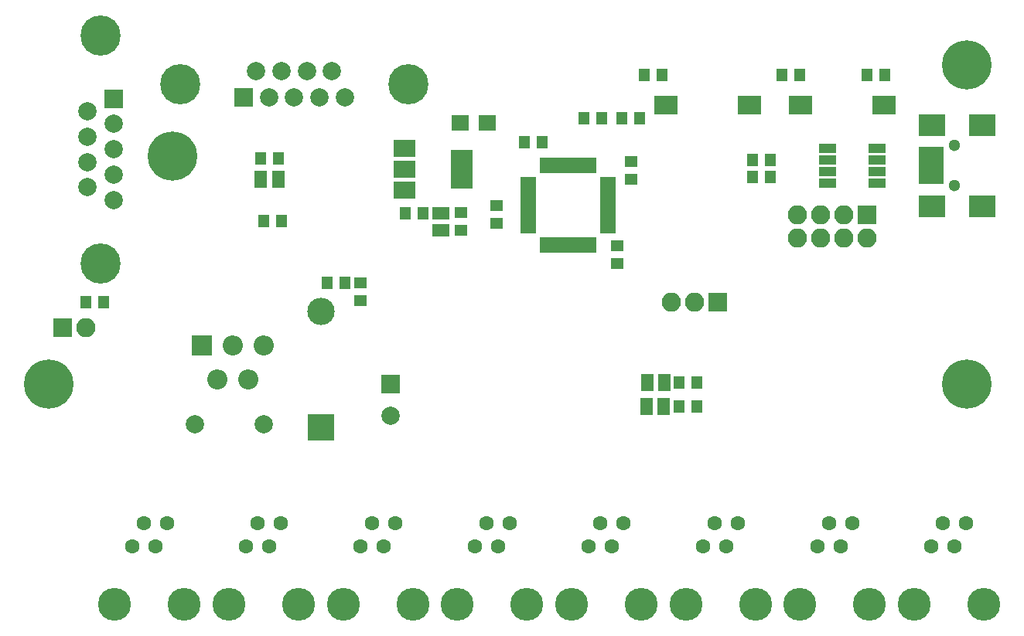
<source format=gbr>
G04 #@! TF.GenerationSoftware,KiCad,Pcbnew,(6.0.0-rc1-dev-1613-ga55d9819b)*
G04 #@! TF.CreationDate,2019-06-13T11:48:21+03:00
G04 #@! TF.ProjectId,stm32,73746d33-322e-46b6-9963-61645f706362,rev?*
G04 #@! TF.SameCoordinates,Original*
G04 #@! TF.FileFunction,Soldermask,Top*
G04 #@! TF.FilePolarity,Negative*
%FSLAX46Y46*%
G04 Gerber Fmt 4.6, Leading zero omitted, Abs format (unit mm)*
G04 Created by KiCad (PCBNEW (6.0.0-rc1-dev-1613-ga55d9819b)) date Чт 13 июн 2019 11:48:21*
%MOMM*%
%LPD*%
G04 APERTURE LIST*
%ADD10R,2.000000X2.000000*%
%ADD11C,2.000000*%
%ADD12R,1.245000X1.400000*%
%ADD13C,5.400000*%
%ADD14C,1.600000*%
%ADD15C,3.600000*%
%ADD16R,1.935000X1.800000*%
%ADD17R,1.400000X1.245000*%
%ADD18R,3.000000X3.000000*%
%ADD19O,3.000000X3.000000*%
%ADD20R,1.370000X1.900000*%
%ADD21R,1.900000X1.370000*%
%ADD22R,2.100000X2.100000*%
%ADD23O,2.100000X2.100000*%
%ADD24R,2.700000X0.900000*%
%ADD25R,2.900000X2.400000*%
%ADD26C,1.300000*%
%ADD27R,2.400000X4.200000*%
%ADD28R,2.400000X1.900000*%
%ADD29R,1.700000X0.650000*%
%ADD30R,0.650000X1.700000*%
%ADD31R,2.200000X2.200000*%
%ADD32O,2.200000X2.200000*%
%ADD33R,2.580000X2.000000*%
%ADD34R,1.950000X1.000000*%
%ADD35C,4.400000*%
G04 APERTURE END LIST*
D10*
X65849500Y-108013500D03*
D11*
X65849500Y-111513500D03*
D12*
X97475000Y-110500000D03*
X99400000Y-110500000D03*
D13*
X42000000Y-83000000D03*
D14*
X87595000Y-125800000D03*
X88865000Y-123260000D03*
X90135000Y-125800000D03*
X91405000Y-123260000D03*
D15*
X85690000Y-132150000D03*
X93310000Y-132150000D03*
D14*
X75095000Y-125800000D03*
X76365000Y-123260000D03*
X77635000Y-125800000D03*
X78905000Y-123260000D03*
D15*
X73190000Y-132150000D03*
X80810000Y-132150000D03*
D14*
X37595000Y-125800000D03*
X38865000Y-123260000D03*
X40135000Y-125800000D03*
X41405000Y-123260000D03*
D15*
X35690000Y-132150000D03*
X43310000Y-132150000D03*
D14*
X50095000Y-125800000D03*
X51365000Y-123260000D03*
X52635000Y-125800000D03*
X53905000Y-123260000D03*
D15*
X48190000Y-132150000D03*
X55810000Y-132150000D03*
D14*
X62595000Y-125800000D03*
X63865000Y-123260000D03*
X65135000Y-125800000D03*
X66405000Y-123260000D03*
D15*
X60690000Y-132150000D03*
X68310000Y-132150000D03*
D14*
X100095000Y-125800000D03*
X101365000Y-123260000D03*
X102635000Y-125800000D03*
X103905000Y-123260000D03*
D15*
X98190000Y-132150000D03*
X105810000Y-132150000D03*
D14*
X112595000Y-125800000D03*
X113865000Y-123260000D03*
X115135000Y-125800000D03*
X116405000Y-123260000D03*
D15*
X110690000Y-132150000D03*
X118310000Y-132150000D03*
D14*
X125095000Y-125800000D03*
X126365000Y-123260000D03*
X127635000Y-125800000D03*
X128905000Y-123260000D03*
D15*
X123190000Y-132150000D03*
X130810000Y-132150000D03*
D13*
X28500000Y-108000000D03*
X129000000Y-73000000D03*
X129000000Y-108000000D03*
D16*
X76454000Y-79349600D03*
X73519000Y-79349600D03*
D12*
X95577500Y-74168000D03*
X93652500Y-74168000D03*
X118036500Y-74168000D03*
X119961500Y-74168000D03*
D17*
X62611000Y-96901000D03*
X62611000Y-98826000D03*
X90678000Y-94815500D03*
X90678000Y-92890500D03*
D12*
X82496500Y-81534000D03*
X80571500Y-81534000D03*
D17*
X77470000Y-88445500D03*
X77470000Y-90370500D03*
X92202000Y-85544500D03*
X92202000Y-83619500D03*
D18*
X58229500Y-112712500D03*
D19*
X58229500Y-100012500D03*
D20*
X93890000Y-110500000D03*
X95800000Y-110500000D03*
X93990000Y-107800000D03*
X95900000Y-107800000D03*
X53599000Y-85598000D03*
X51689000Y-85598000D03*
D21*
X71374000Y-89276000D03*
X71374000Y-91186000D03*
D22*
X29972000Y-101803200D03*
D23*
X32512000Y-101803200D03*
D11*
X52006500Y-112395000D03*
X44506500Y-112395000D03*
D22*
X101727000Y-99034000D03*
D23*
X99187000Y-99034000D03*
X96647000Y-99034000D03*
D24*
X125039000Y-85674000D03*
X125039000Y-84874000D03*
X125039000Y-84074000D03*
X125039000Y-83274000D03*
X125039000Y-82474000D03*
D25*
X125139000Y-88524000D03*
X130639000Y-88524000D03*
X125139000Y-79624000D03*
X130639000Y-79624000D03*
D26*
X127639000Y-86274000D03*
X127639000Y-81874000D03*
D12*
X52006500Y-90170000D03*
X53931500Y-90170000D03*
X53614000Y-83248500D03*
X51689000Y-83248500D03*
X67515900Y-89306400D03*
X69440900Y-89306400D03*
D17*
X73558400Y-89210200D03*
X73558400Y-91135200D03*
D12*
X34487800Y-99009200D03*
X32562800Y-99009200D03*
X87048500Y-78867000D03*
X88973500Y-78867000D03*
X110690500Y-74168000D03*
X108765500Y-74168000D03*
X93164500Y-78867000D03*
X91239500Y-78867000D03*
X97500000Y-107800000D03*
X99425000Y-107800000D03*
X107452000Y-85344000D03*
X105527000Y-85344000D03*
X107452000Y-83439000D03*
X105527000Y-83439000D03*
X60853000Y-96901000D03*
X58928000Y-96901000D03*
D27*
X73710800Y-84480400D03*
D28*
X67410800Y-84480400D03*
X67410800Y-86780400D03*
X67410800Y-82180400D03*
D29*
X80994000Y-85642000D03*
X80994000Y-86142000D03*
X80994000Y-86642000D03*
X80994000Y-87142000D03*
X80994000Y-87642000D03*
X80994000Y-88142000D03*
X80994000Y-88642000D03*
X80994000Y-89142000D03*
X80994000Y-89642000D03*
X80994000Y-90142000D03*
X80994000Y-90642000D03*
X80994000Y-91142000D03*
D30*
X82594000Y-92742000D03*
X83094000Y-92742000D03*
X83594000Y-92742000D03*
X84094000Y-92742000D03*
X84594000Y-92742000D03*
X85094000Y-92742000D03*
X85594000Y-92742000D03*
X86094000Y-92742000D03*
X86594000Y-92742000D03*
X87094000Y-92742000D03*
X87594000Y-92742000D03*
X88094000Y-92742000D03*
D29*
X89694000Y-91142000D03*
X89694000Y-90642000D03*
X89694000Y-90142000D03*
X89694000Y-89642000D03*
X89694000Y-89142000D03*
X89694000Y-88642000D03*
X89694000Y-88142000D03*
X89694000Y-87642000D03*
X89694000Y-87142000D03*
X89694000Y-86642000D03*
X89694000Y-86142000D03*
X89694000Y-85642000D03*
D30*
X88094000Y-84042000D03*
X87594000Y-84042000D03*
X87094000Y-84042000D03*
X86594000Y-84042000D03*
X86094000Y-84042000D03*
X85594000Y-84042000D03*
X85094000Y-84042000D03*
X84594000Y-84042000D03*
X84094000Y-84042000D03*
X83594000Y-84042000D03*
X83094000Y-84042000D03*
X82594000Y-84042000D03*
D31*
X45212000Y-103759000D03*
D32*
X46912000Y-107459000D03*
X48612000Y-103759000D03*
X50312000Y-107459000D03*
X52012000Y-103759000D03*
D33*
X95994000Y-77470000D03*
X105174000Y-77470000D03*
X110726000Y-77470000D03*
X119906000Y-77470000D03*
D34*
X119159000Y-85979000D03*
X119159000Y-84709000D03*
X119159000Y-83439000D03*
X119159000Y-82169000D03*
X113759000Y-82169000D03*
X113759000Y-83439000D03*
X113759000Y-84709000D03*
X113759000Y-85979000D03*
D10*
X49784000Y-76581000D03*
D11*
X52554000Y-76581000D03*
X55324000Y-76581000D03*
X58094000Y-76581000D03*
X60864000Y-76581000D03*
X51169000Y-73741000D03*
X53939000Y-73741000D03*
X56709000Y-73741000D03*
X59479000Y-73741000D03*
D35*
X67824000Y-75161000D03*
X42824000Y-75161000D03*
D10*
X35542500Y-76744000D03*
D11*
X35542500Y-79514000D03*
X35542500Y-82284000D03*
X35542500Y-85054000D03*
X35542500Y-87824000D03*
X32702500Y-78129000D03*
X32702500Y-80899000D03*
X32702500Y-83669000D03*
X32702500Y-86439000D03*
D35*
X34122500Y-69784000D03*
X34122500Y-94784000D03*
D22*
X118040000Y-89500000D03*
D23*
X118040000Y-92040000D03*
X115500000Y-89500000D03*
X115500000Y-92040000D03*
X112960000Y-89500000D03*
X112960000Y-92040000D03*
X110420000Y-89500000D03*
X110420000Y-92040000D03*
M02*

</source>
